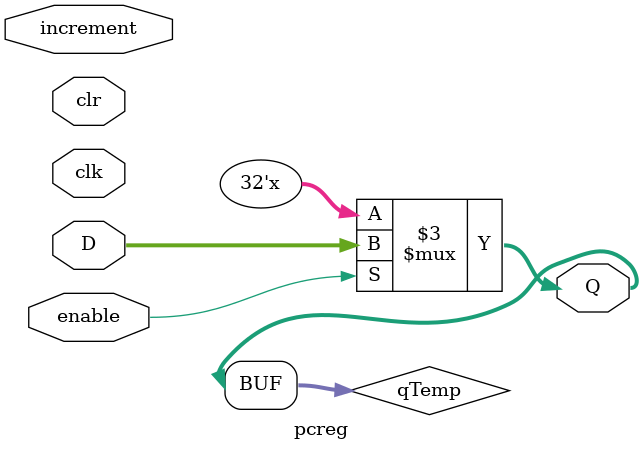
<source format=v>
module pcreg #(parameter INIT = 32'h0)(
    input wire [31:0] D,
    input wire clk,
    input    wire clr,
    input wire increment,
    input wire enable,
    output wire [31:0] Q
    );

    reg [31:0] qTemp;
	 
	 initial begin 
	 qTemp = 32'd0;
	 end
	 
    always @ (clk) 
        begin
				if (enable) begin
					 qTemp <= D;
				end
        end
    assign Q = qTemp;
endmodule
</source>
